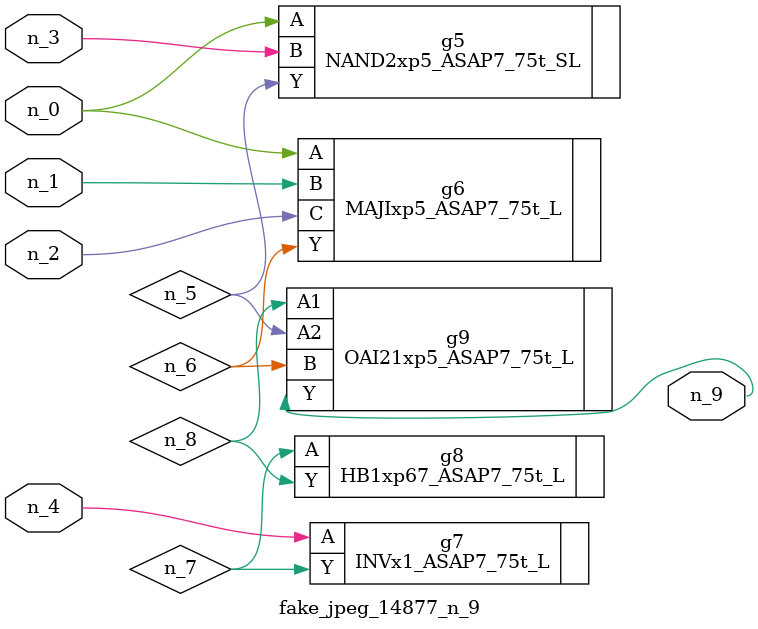
<source format=v>
module fake_jpeg_14877_n_9 (n_3, n_2, n_1, n_0, n_4, n_9);

input n_3;
input n_2;
input n_1;
input n_0;
input n_4;

output n_9;

wire n_8;
wire n_6;
wire n_5;
wire n_7;

NAND2xp5_ASAP7_75t_SL g5 ( 
.A(n_0),
.B(n_3),
.Y(n_5)
);

MAJIxp5_ASAP7_75t_L g6 ( 
.A(n_0),
.B(n_1),
.C(n_2),
.Y(n_6)
);

INVx1_ASAP7_75t_L g7 ( 
.A(n_4),
.Y(n_7)
);

HB1xp67_ASAP7_75t_L g8 ( 
.A(n_7),
.Y(n_8)
);

OAI21xp5_ASAP7_75t_L g9 ( 
.A1(n_8),
.A2(n_5),
.B(n_6),
.Y(n_9)
);


endmodule
</source>
